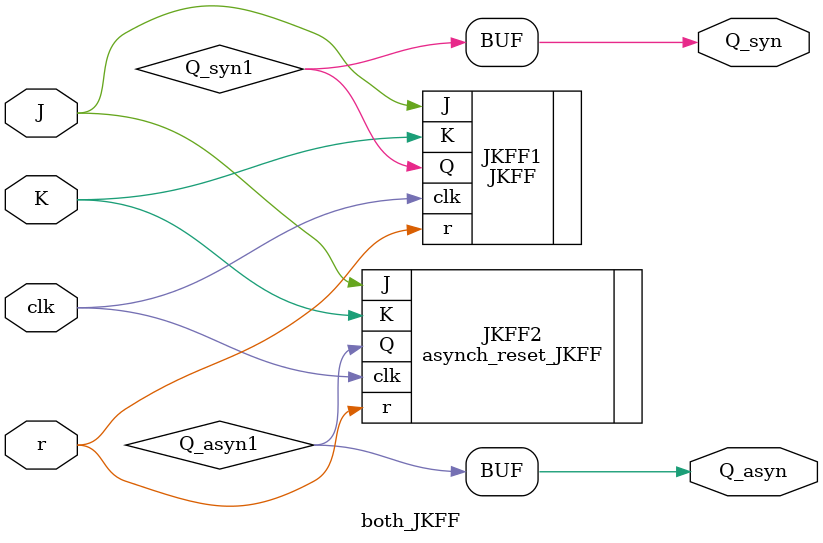
<source format=v>
`timescale 1ns / 1ps


module both_JKFF(Q_syn,Q_asyn,J,K,r,clk);
output reg Q_syn, Q_asyn;
input J,K,r,clk;
wire Q_syn1, Q_asyn1;

JKFF JKFF1(.Q(Q_syn1),.J(J),.K(K),.r(r),.clk(clk));
asynch_reset_JKFF JKFF2(.Q(Q_asyn1),.J(J),.K(K),.r(r),.clk(clk));

always @ (Q_syn1,Q_asyn1)
begin
Q_syn = Q_syn1;
Q_asyn = Q_asyn1;
end

endmodule

</source>
